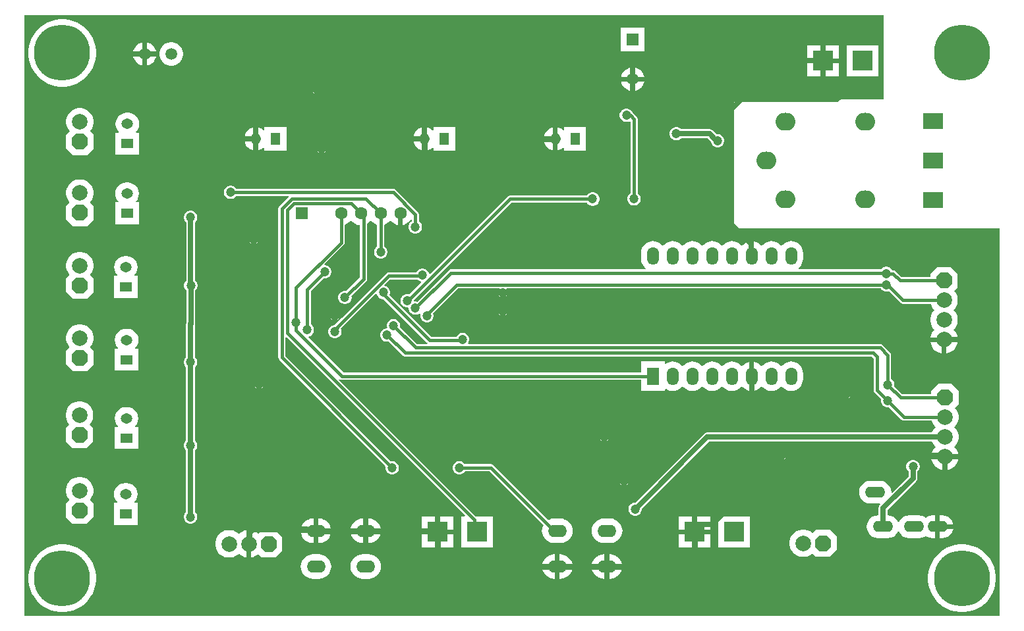
<source format=gbl>
G04*
G04 #@! TF.GenerationSoftware,Altium Limited,Altium Designer,23.11.1 (41)*
G04*
G04 Layer_Physical_Order=2*
G04 Layer_Color=16711680*
%FSTAX24Y24*%
%MOIN*%
G70*
G04*
G04 #@! TF.SameCoordinates,027617FE-0855-4198-9E67-A804299B83E6*
G04*
G04*
G04 #@! TF.FilePolarity,Positive*
G04*
G01*
G75*
%ADD14C,0.0150*%
%ADD17C,0.0630*%
%ADD92C,0.0250*%
%ADD93C,0.0300*%
%ADD95R,0.0984X0.0984*%
%ADD96R,0.0591X0.0591*%
%ADD97C,0.0591*%
%ADD98O,0.0512X0.0591*%
%ADD99R,0.0512X0.0591*%
%ADD100O,0.1000X0.0900*%
%ADD101O,0.0591X0.0512*%
%ADD102R,0.0591X0.0512*%
%ADD103C,0.0787*%
G04:AMPARAMS|DCode=104|XSize=78.7mil|YSize=78.7mil|CornerRadius=0mil|HoleSize=0mil|Usage=FLASHONLY|Rotation=180.000|XOffset=0mil|YOffset=0mil|HoleType=Round|Shape=Octagon|*
%AMOCTAGOND104*
4,1,8,-0.0394,0.0197,-0.0394,-0.0197,-0.0197,-0.0394,0.0197,-0.0394,0.0394,-0.0197,0.0394,0.0197,0.0197,0.0394,-0.0197,0.0394,-0.0394,0.0197,0.0*
%
%ADD104OCTAGOND104*%

%ADD105C,0.2835*%
%ADD106R,0.0600X0.0900*%
%ADD107O,0.0600X0.0900*%
%ADD108O,0.1024X0.0551*%
%ADD109O,0.0945X0.0630*%
G04:AMPARAMS|DCode=110|XSize=78.7mil|YSize=78.7mil|CornerRadius=0mil|HoleSize=0mil|Usage=FLASHONLY|Rotation=270.000|XOffset=0mil|YOffset=0mil|HoleType=Round|Shape=Octagon|*
%AMOCTAGOND110*
4,1,8,-0.0197,-0.0394,0.0197,-0.0394,0.0394,-0.0197,0.0394,0.0197,0.0197,0.0394,-0.0197,0.0394,-0.0394,0.0197,-0.0394,-0.0197,-0.0197,-0.0394,0.0*
%
%ADD110OCTAGOND110*%

%ADD111R,0.0984X0.0787*%
%ADD112R,0.0630X0.0630*%
%ADD113C,0.0472*%
G36*
X043602Y030577D02*
Y026315D01*
X041535D01*
X041531Y026315D01*
X041495D01*
X041456Y026307D01*
X041384Y026277D01*
X041351Y026255D01*
X041326Y026229D01*
X041323Y026227D01*
X041321Y026225D01*
X041295Y026199D01*
X041275Y026168D01*
X036029D01*
Y019733D01*
X036056Y01976D01*
X049474D01*
X049474Y000132D01*
X000132Y000132D01*
X000132Y007609D01*
X000132Y022963D01*
Y030577D01*
X043602Y030577D01*
D02*
G37*
%LPC*%
G36*
X031498Y029921D02*
X030307D01*
Y02873D01*
X031498D01*
Y029921D01*
D02*
G37*
G36*
X006345Y029186D02*
Y028729D01*
X006803D01*
X006793Y028777D01*
X006748Y028886D01*
X006683Y028983D01*
X0066Y029066D01*
X006502Y029131D01*
X006394Y029176D01*
X006345Y029186D01*
D02*
G37*
G36*
X006095Y029186D02*
X006047Y029176D01*
X005939Y029131D01*
X005841Y029066D01*
X005758Y028983D01*
X005693Y028886D01*
X005648Y028777D01*
X005638Y028729D01*
X006095D01*
Y029186D01*
D02*
G37*
G36*
X041321Y029046D02*
X040654D01*
Y028379D01*
X041321D01*
Y029046D01*
D02*
G37*
G36*
X040404D02*
X039737D01*
Y028379D01*
X040404D01*
Y029046D01*
D02*
G37*
G36*
X006095Y028479D02*
X005638D01*
X005648Y02843D01*
X005693Y028322D01*
X005758Y028224D01*
X005841Y028141D01*
X005939Y028076D01*
X006047Y028031D01*
X006095Y028022D01*
Y028479D01*
D02*
G37*
G36*
X006803D02*
X006345D01*
Y028022D01*
X006394Y028031D01*
X006502Y028076D01*
X0066Y028141D01*
X006683Y028224D01*
X006748Y028322D01*
X006793Y02843D01*
X006803Y028479D01*
D02*
G37*
G36*
X007618Y029199D02*
X0075D01*
X007385Y029176D01*
X007277Y029131D01*
X00718Y029066D01*
X007097Y028983D01*
X007032Y028886D01*
X006987Y028777D01*
X006964Y028662D01*
Y028545D01*
X006987Y02843D01*
X007032Y028322D01*
X007097Y028224D01*
X00718Y028141D01*
X007277Y028076D01*
X007385Y028031D01*
X0075Y028009D01*
X007618D01*
X007733Y028031D01*
X007841Y028076D01*
X007939Y028141D01*
X008021Y028224D01*
X008087Y028322D01*
X008131Y02843D01*
X008154Y028545D01*
Y028662D01*
X008131Y028777D01*
X008087Y028886D01*
X008021Y028983D01*
X007939Y029066D01*
X007841Y029131D01*
X007733Y029176D01*
X007618Y029199D01*
D02*
G37*
G36*
X043321Y029046D02*
X041737D01*
Y027462D01*
X043321D01*
Y029046D01*
D02*
G37*
G36*
X041321Y028129D02*
X040654D01*
Y027462D01*
X041321D01*
Y028129D01*
D02*
G37*
G36*
X040404D02*
X039737D01*
Y027462D01*
X040404D01*
Y028129D01*
D02*
G37*
G36*
X031028Y027907D02*
Y02745D01*
X031485D01*
X031475Y027499D01*
X03143Y027607D01*
X031365Y027705D01*
X031282Y027788D01*
X031185Y027853D01*
X031076Y027898D01*
X031028Y027907D01*
D02*
G37*
G36*
X030778D02*
X030729Y027898D01*
X030621Y027853D01*
X030523Y027788D01*
X03044Y027705D01*
X030375Y027607D01*
X03033Y027499D01*
X030321Y02745D01*
X030778D01*
Y027907D01*
D02*
G37*
G36*
X00216Y030373D02*
X001935D01*
X001711Y030343D01*
X001494Y030285D01*
X001286Y030199D01*
X001091Y030086D01*
X000913Y029949D01*
X000753Y02979D01*
X000616Y029612D01*
X000504Y029417D01*
X000418Y029209D01*
X000359Y028991D01*
X00033Y028768D01*
Y028543D01*
X000359Y02832D01*
X000418Y028102D01*
X000504Y027894D01*
X000616Y027699D01*
X000753Y027521D01*
X000913Y027361D01*
X001091Y027224D01*
X001286Y027112D01*
X001494Y027026D01*
X001711Y026967D01*
X001935Y026938D01*
X00216D01*
X002383Y026967D01*
X0026Y027026D01*
X002808Y027112D01*
X003003Y027224D01*
X003182Y027361D01*
X003341Y027521D01*
X003478Y027699D01*
X003591Y027894D01*
X003677Y028102D01*
X003735Y02832D01*
X003765Y028543D01*
Y028768D01*
X003735Y028991D01*
X003677Y029209D01*
X003591Y029417D01*
X003478Y029612D01*
X003341Y02979D01*
X003182Y029949D01*
X003003Y030086D01*
X002808Y030199D01*
X0026Y030285D01*
X002383Y030343D01*
X00216Y030373D01*
D02*
G37*
G36*
X01506Y027006D02*
Y026927D01*
X015139D01*
X015135Y026936D01*
X015069Y027002D01*
X01506Y027006D01*
D02*
G37*
G36*
X01481D02*
X014801Y027002D01*
X014735Y026936D01*
X014731Y026927D01*
X01481D01*
Y027006D01*
D02*
G37*
G36*
X030778Y0272D02*
X030321D01*
X03033Y027152D01*
X030375Y027043D01*
X03044Y026946D01*
X030523Y026863D01*
X030621Y026798D01*
X030729Y026753D01*
X030778Y026743D01*
Y0272D01*
D02*
G37*
G36*
X031485D02*
X031028D01*
Y026743D01*
X031076Y026753D01*
X031185Y026798D01*
X031282Y026863D01*
X031365Y026946D01*
X03143Y027043D01*
X031475Y027152D01*
X031485Y0272D01*
D02*
G37*
G36*
X015139Y026677D02*
X01506D01*
Y026598D01*
X015069Y026602D01*
X015135Y026668D01*
X015139Y026677D01*
D02*
G37*
G36*
X01481D02*
X014731D01*
X014735Y026668D01*
X014801Y026602D01*
X01481Y026598D01*
Y026677D01*
D02*
G37*
G36*
X028544Y0249D02*
X027432D01*
Y024756D01*
X0274Y024745D01*
X027382Y024742D01*
X027269Y02483D01*
X027133Y024886D01*
X027113Y024888D01*
Y024305D01*
X026988D01*
D01*
X027113D01*
Y023721D01*
X027133Y023724D01*
X027269Y02378D01*
X027382Y023867D01*
X0274Y023864D01*
X027432Y023853D01*
Y023709D01*
X028544D01*
Y0249D01*
D02*
G37*
G36*
X021927D02*
X020816D01*
Y024756D01*
X020783Y024745D01*
X020766Y024742D01*
X020652Y02483D01*
X020517Y024886D01*
X020497Y024888D01*
Y024305D01*
Y023721D01*
X020517Y023724D01*
X020652Y02378D01*
X020766Y023867D01*
X020783Y023864D01*
X020816Y023853D01*
Y023709D01*
X021927D01*
Y0249D01*
D02*
G37*
G36*
X013388D02*
X012277D01*
Y024756D01*
X012244Y024745D01*
X012227Y024742D01*
X012113Y02483D01*
X011978Y024886D01*
X011958Y024888D01*
Y024305D01*
Y023721D01*
X011978Y023724D01*
X012113Y02378D01*
X012227Y023867D01*
X012244Y023864D01*
X012277Y023853D01*
Y023709D01*
X013388D01*
Y0249D01*
D02*
G37*
G36*
X011708Y024888D02*
X011687Y024886D01*
X011552Y02483D01*
X011436Y024741D01*
X011347Y024624D01*
X011291Y024489D01*
X011283Y02443D01*
X011708D01*
Y024888D01*
D02*
G37*
G36*
X020247D02*
X020226Y024886D01*
X020091Y02483D01*
X019975Y024741D01*
X019886Y024624D01*
X01983Y024489D01*
X019822Y02443D01*
X020247D01*
Y024888D01*
D02*
G37*
G36*
X026863D02*
X026843Y024886D01*
X026708Y02483D01*
X026592Y024741D01*
X026503Y024624D01*
X026447Y024489D01*
X026439Y02443D01*
X026863D01*
Y024888D01*
D02*
G37*
G36*
X015294Y023992D02*
Y023913D01*
X015373D01*
X01537Y023922D01*
X015303Y023988D01*
X015294Y023992D01*
D02*
G37*
G36*
X015044D02*
X015036Y023988D01*
X014969Y023922D01*
X014965Y023913D01*
X015044D01*
Y023992D01*
D02*
G37*
G36*
X033158Y024896D02*
X03307D01*
X032984Y024873D01*
X032908Y024829D01*
X032845Y024766D01*
X032801Y024689D01*
X032778Y024604D01*
Y024515D01*
X032801Y02443D01*
X032845Y024353D01*
X032908Y024291D01*
X032984Y024246D01*
X03307Y024223D01*
X033158D01*
X033244Y024246D01*
X03332Y024291D01*
X03336Y02433D01*
X034696D01*
X034863Y024163D01*
X034884Y024083D01*
X034929Y024006D01*
X034991Y023944D01*
X035068Y023899D01*
X035153Y023877D01*
X035242D01*
X035327Y023899D01*
X035404Y023944D01*
X035467Y024006D01*
X035511Y024083D01*
X035534Y024168D01*
Y024257D01*
X035511Y024343D01*
X035467Y024419D01*
X035404Y024482D01*
X035327Y024526D01*
X035242Y024549D01*
X035153D01*
X035131Y024543D01*
X034953Y024722D01*
X034878Y024771D01*
X034791Y024789D01*
X03336D01*
X03332Y024829D01*
X033244Y024873D01*
X033158Y024896D01*
D02*
G37*
G36*
X011708Y02418D02*
X011283D01*
X011291Y02412D01*
X011347Y023985D01*
X011436Y023869D01*
X011552Y02378D01*
X011687Y023724D01*
X011708Y023721D01*
Y02418D01*
D02*
G37*
G36*
X020247D02*
X019822D01*
X01983Y02412D01*
X019886Y023985D01*
X019975Y023869D01*
X020091Y02378D01*
X020226Y023724D01*
X020247Y023721D01*
Y02418D01*
D02*
G37*
G36*
X026863D02*
X026439D01*
X026447Y02412D01*
X026503Y023985D01*
X026592Y023869D01*
X026708Y02378D01*
X026843Y023724D01*
X026863Y023721D01*
Y02418D01*
D02*
G37*
G36*
X015373Y023663D02*
X015294D01*
Y023584D01*
X015303Y023588D01*
X01537Y023654D01*
X015373Y023663D01*
D02*
G37*
G36*
X015044D02*
X014965D01*
X014969Y023654D01*
X015036Y023588D01*
X015044Y023584D01*
Y023663D01*
D02*
G37*
G36*
X005382Y025625D02*
X005303D01*
X005158Y025606D01*
X005023Y02555D01*
X004907Y025461D01*
X004818Y025345D01*
X004762Y025209D01*
X004743Y025064D01*
X004762Y024919D01*
X004818Y024784D01*
X004905Y02467D01*
X004902Y024653D01*
X004891Y02462D01*
X004747D01*
Y023508D01*
X005938D01*
Y02462D01*
X005794D01*
X005783Y024653D01*
X00578Y02467D01*
X005868Y024784D01*
X005924Y024919D01*
X005943Y025064D01*
X005924Y025209D01*
X005868Y025345D01*
X005779Y025461D01*
X005662Y02555D01*
X005527Y025606D01*
X005382Y025625D01*
D02*
G37*
G36*
X003007Y025858D02*
X00287D01*
X002736Y025832D01*
X00261Y025779D01*
X002496Y025703D01*
X0024Y025607D01*
X002324Y025493D01*
X002272Y025367D01*
X002245Y025233D01*
Y025096D01*
X002272Y024962D01*
X002324Y024836D01*
X0024Y024722D01*
X002428Y024694D01*
X002245Y024511D01*
Y023818D01*
X002592Y023471D01*
X003285D01*
X003632Y023818D01*
Y024511D01*
X003449Y024694D01*
X003477Y024722D01*
X003553Y024836D01*
X003606Y024962D01*
X003632Y025096D01*
Y025233D01*
X003606Y025367D01*
X003553Y025493D01*
X003477Y025607D01*
X003381Y025703D01*
X003267Y025779D01*
X003141Y025832D01*
X003007Y025858D01*
D02*
G37*
G36*
X028926Y02159D02*
X028837D01*
X028752Y021567D01*
X028675Y021523D01*
X028612Y02146D01*
X028596Y021432D01*
X024697D01*
X024697Y021432D01*
X024629Y021419D01*
X024571Y02138D01*
X024571Y02138D01*
X020653Y017462D01*
X020598Y017478D01*
X020582Y017537D01*
X020538Y017614D01*
X020475Y017676D01*
X020398Y01772D01*
X020313Y017743D01*
X020224D01*
X020139Y01772D01*
X020062Y017676D01*
X02Y017614D01*
X01996Y017544D01*
X018549D01*
X018481Y017531D01*
X018423Y017492D01*
X015832Y014901D01*
X015815Y014875D01*
X015798D01*
X015712Y014852D01*
X015635Y014808D01*
X015573Y014745D01*
X015529Y014669D01*
X015506Y014583D01*
Y014495D01*
X015529Y014409D01*
X015573Y014332D01*
X015635Y01427D01*
X015712Y014226D01*
X015798Y014203D01*
X015886D01*
X015972Y014226D01*
X016048Y01427D01*
X016111Y014332D01*
X016155Y014409D01*
X016178Y014495D01*
Y014583D01*
X016155Y014669D01*
X016137Y014701D01*
X017902Y016467D01*
X017958Y016451D01*
X017973Y016392D01*
X018018Y016315D01*
X01808Y016253D01*
X018157Y016209D01*
X018242Y016186D01*
X018296D01*
X020513Y013968D01*
X020513Y013968D01*
X020524Y013961D01*
X020509Y013911D01*
X019993D01*
X019136Y014768D01*
X019144Y014799D01*
Y014887D01*
X019121Y014973D01*
X019077Y01505D01*
X019014Y015112D01*
X018937Y015156D01*
X018852Y015179D01*
X018763D01*
X018678Y015156D01*
X018601Y015112D01*
X018539Y01505D01*
X018494Y014973D01*
X018471Y014887D01*
Y014799D01*
X018484Y014752D01*
X018446Y014702D01*
X018432D01*
X018346Y014679D01*
X01827Y014634D01*
X018207Y014572D01*
X018163Y014495D01*
X01814Y01441D01*
Y014321D01*
X018163Y014236D01*
X018207Y014159D01*
X01827Y014096D01*
X018346Y014052D01*
X018432Y014029D01*
X01852D01*
X018552Y014038D01*
X019256Y013333D01*
X019256Y013333D01*
X019314Y013294D01*
X019383Y013281D01*
X043001D01*
X043097Y013185D01*
Y011564D01*
X043111Y011496D01*
X043149Y011438D01*
X043474Y011113D01*
X043466Y011082D01*
Y010994D01*
X043489Y010908D01*
X043533Y010831D01*
X043596Y010769D01*
X043672Y010725D01*
X043758Y010702D01*
X043846D01*
X043877Y01071D01*
X044509Y010079D01*
X044567Y01004D01*
X044635Y010026D01*
X044635Y010026D01*
X046025D01*
X04603Y010002D01*
X046082Y009876D01*
X046158Y009762D01*
X046216Y009705D01*
X046158Y009647D01*
X046082Y009533D01*
X046041Y009434D01*
X03468D01*
X034592Y009417D01*
X034517Y009367D01*
X031038Y005887D01*
X030982D01*
X030896Y005864D01*
X03082Y00582D01*
X030757Y005758D01*
X030713Y005681D01*
X03069Y005595D01*
Y005507D01*
X030713Y005421D01*
X030757Y005345D01*
X03082Y005282D01*
X030896Y005238D01*
X030982Y005215D01*
X03107D01*
X031156Y005238D01*
X031233Y005282D01*
X031295Y005345D01*
X031339Y005421D01*
X031362Y005507D01*
Y005563D01*
X034775Y008975D01*
X046041D01*
X046082Y008876D01*
X046158Y008762D01*
X046216Y008705D01*
X046158Y008647D01*
X046082Y008533D01*
X04603Y008407D01*
X046014Y00833D01*
X047379D01*
X047364Y008407D01*
X047312Y008533D01*
X047236Y008647D01*
X047178Y008705D01*
X047236Y008762D01*
X047312Y008876D01*
X047364Y009002D01*
X047391Y009136D01*
Y009273D01*
X047364Y009407D01*
X047312Y009533D01*
X047236Y009647D01*
X047178Y009705D01*
X047236Y009762D01*
X047312Y009876D01*
X047364Y010002D01*
X047391Y010136D01*
Y010273D01*
X047364Y010407D01*
X047312Y010533D01*
X047236Y010647D01*
X047208Y010675D01*
X047391Y010858D01*
Y011552D01*
X047044Y011898D01*
X04635D01*
X046003Y011552D01*
Y011383D01*
X044524D01*
X04413Y011778D01*
X044138Y011809D01*
Y011897D01*
X044115Y011983D01*
X044071Y01206D01*
X044008Y012122D01*
X04398Y012138D01*
Y013346D01*
X04398Y013346D01*
X043967Y013415D01*
X043928Y013473D01*
X043542Y013858D01*
X043485Y013897D01*
X043416Y013911D01*
X022608D01*
X02258Y013961D01*
X022611Y014014D01*
X022634Y014099D01*
Y014188D01*
X022611Y014273D01*
X022567Y01435D01*
X022504Y014412D01*
X022427Y014457D01*
X022342Y01448D01*
X022253D01*
X022168Y014457D01*
X022091Y014412D01*
X022029Y01435D01*
X021984Y014273D01*
X021984Y014273D01*
X020713D01*
X018598Y016388D01*
X0186Y016392D01*
X018623Y016478D01*
Y016566D01*
X0186Y016652D01*
X018556Y016728D01*
X018493Y016791D01*
X018416Y016835D01*
X018357Y016851D01*
X018342Y016906D01*
X018623Y017187D01*
X020013D01*
X020062Y017138D01*
X020139Y017094D01*
X020198Y017078D01*
X020214Y017023D01*
X019611Y01642D01*
X019531Y016442D01*
X019442D01*
X019357Y016419D01*
X01928Y016374D01*
X019217Y016312D01*
X019173Y016235D01*
X01915Y01615D01*
Y016061D01*
X019173Y015976D01*
X019217Y015899D01*
X01928Y015836D01*
X019357Y015792D01*
X019442Y015769D01*
X019531D01*
X019578Y01573D01*
Y01568D01*
X0196Y015595D01*
X019645Y015518D01*
X019707Y015455D01*
X019784Y015411D01*
X01987Y015388D01*
X019958D01*
X020044Y015411D01*
X02012Y015455D01*
X020136Y015471D01*
X020181Y015445D01*
X020163Y015379D01*
Y01529D01*
X020186Y015205D01*
X02023Y015128D01*
X020293Y015066D01*
X020369Y015021D01*
X020455Y014998D01*
X020543D01*
X020629Y015021D01*
X020706Y015066D01*
X020768Y015128D01*
X020812Y015205D01*
X020835Y01529D01*
Y015379D01*
X020812Y015464D01*
X020808Y015472D01*
X022071Y016736D01*
X024172D01*
X024192Y016686D01*
X024143Y016637D01*
X02414Y016628D01*
X024548D01*
X024544Y016637D01*
X024495Y016686D01*
X024516Y016736D01*
X043458D01*
X043474Y016708D01*
X043536Y016645D01*
X043613Y016601D01*
X043699Y016578D01*
X043787D01*
X043857Y016597D01*
X044455Y016D01*
X044455Y016D01*
X044512Y015961D01*
X044581Y015947D01*
X044581Y015947D01*
X045977D01*
X045982Y015923D01*
X046034Y015797D01*
X04611Y015684D01*
X046168Y015626D01*
X04611Y015568D01*
X046034Y015454D01*
X045982Y015328D01*
X045955Y015194D01*
Y015057D01*
X045982Y014923D01*
X046034Y014797D01*
X04611Y014684D01*
X046168Y014626D01*
X04611Y014568D01*
X046034Y014454D01*
X045982Y014328D01*
X045966Y014251D01*
X047331D01*
X047316Y014328D01*
X047263Y014454D01*
X047187Y014568D01*
X04713Y014626D01*
X047187Y014684D01*
X047263Y014797D01*
X047316Y014923D01*
X047342Y015057D01*
Y015194D01*
X047316Y015328D01*
X047263Y015454D01*
X047187Y015568D01*
X04713Y015626D01*
X047187Y015684D01*
X047263Y015797D01*
X047316Y015923D01*
X047342Y016057D01*
Y016194D01*
X047316Y016328D01*
X047263Y016454D01*
X047187Y016568D01*
X047159Y016596D01*
X047342Y016779D01*
Y017473D01*
X046995Y017819D01*
X046302D01*
X045955Y017473D01*
Y017304D01*
X044489D01*
X044197Y017597D01*
X044139Y017635D01*
X04407Y017649D01*
X044029D01*
X044003Y017693D01*
X043941Y017756D01*
X043864Y0178D01*
X043778Y017823D01*
X04369D01*
X043604Y0178D01*
X043528Y017756D01*
X04347Y017698D01*
X039303D01*
X039286Y017748D01*
X039348Y017799D01*
X039423Y017891D01*
X039479Y017995D01*
X039513Y018108D01*
X039525Y018226D01*
Y018526D01*
X039513Y018643D01*
X039479Y018756D01*
X039423Y018861D01*
X039348Y018952D01*
X039257Y019027D01*
X039153Y019083D01*
X03904Y019117D01*
X038922Y019129D01*
X038804Y019117D01*
X038691Y019083D01*
X038587Y019027D01*
X038496Y018952D01*
X038447Y018893D01*
X038397D01*
X038348Y018952D01*
X038257Y019027D01*
X038153Y019083D01*
X03804Y019117D01*
X037922Y019129D01*
X037804Y019117D01*
X037691Y019083D01*
X037587Y019027D01*
X037496Y018952D01*
X037447Y018893D01*
X037397D01*
X037348Y018952D01*
X037257Y019027D01*
X037153Y019083D01*
X037047Y019115D01*
Y018376D01*
X036797D01*
Y019115D01*
X036691Y019083D01*
X036587Y019027D01*
X036496Y018952D01*
X036447Y018893D01*
X036397D01*
X036348Y018952D01*
X036257Y019027D01*
X036153Y019083D01*
X03604Y019117D01*
X035922Y019129D01*
X035804Y019117D01*
X035691Y019083D01*
X035587Y019027D01*
X035496Y018952D01*
X035447Y018893D01*
X035397D01*
X035348Y018952D01*
X035257Y019027D01*
X035153Y019083D01*
X03504Y019117D01*
X034922Y019129D01*
X034804Y019117D01*
X034691Y019083D01*
X034587Y019027D01*
X034496Y018952D01*
X034447Y018893D01*
X034397D01*
X034348Y018952D01*
X034257Y019027D01*
X034153Y019083D01*
X03404Y019117D01*
X033922Y019129D01*
X033804Y019117D01*
X033691Y019083D01*
X033587Y019027D01*
X033496Y018952D01*
X033447Y018893D01*
X033397D01*
X033348Y018952D01*
X033257Y019027D01*
X033153Y019083D01*
X03304Y019117D01*
X032922Y019129D01*
X032804Y019117D01*
X032691Y019083D01*
X032587Y019027D01*
X032496Y018952D01*
X032447Y018893D01*
X032397D01*
X032348Y018952D01*
X032257Y019027D01*
X032153Y019083D01*
X03204Y019117D01*
X031922Y019129D01*
X031804Y019117D01*
X031691Y019083D01*
X031587Y019027D01*
X031496Y018952D01*
X031421Y018861D01*
X031365Y018756D01*
X031331Y018643D01*
X031319Y018526D01*
Y018226D01*
X031331Y018108D01*
X031365Y017995D01*
X031421Y017891D01*
X031496Y017799D01*
X031558Y017748D01*
X03154Y017698D01*
X021709D01*
X02164Y017684D01*
X021583Y017646D01*
X021583Y017646D01*
X019989Y016052D01*
X019958Y016061D01*
X01987D01*
X019841Y016085D01*
X019839Y016143D01*
X024771Y021075D01*
X028596D01*
X028612Y021047D01*
X028675Y020985D01*
X028752Y02094D01*
X028837Y020918D01*
X028926D01*
X029011Y02094D01*
X029088Y020985D01*
X029151Y021047D01*
X029195Y021124D01*
X029218Y021209D01*
Y021298D01*
X029195Y021384D01*
X029151Y02146D01*
X029088Y021523D01*
X029011Y021567D01*
X028926Y02159D01*
D02*
G37*
G36*
X030628Y025831D02*
X03054D01*
X030454Y025809D01*
X030377Y025764D01*
X030315Y025702D01*
X030271Y025625D01*
X030248Y025539D01*
Y025451D01*
X030271Y025365D01*
X030315Y025289D01*
X030377Y025226D01*
X030454Y025182D01*
X03054Y025159D01*
X030628D01*
X030714Y025182D01*
X030742Y025199D01*
X030792Y02517D01*
Y021549D01*
X030764Y021533D01*
X030702Y02147D01*
X030658Y021394D01*
X030635Y021308D01*
Y02122D01*
X030658Y021134D01*
X030702Y021058D01*
X030764Y020995D01*
X030841Y020951D01*
X030927Y020928D01*
X031015D01*
X031101Y020951D01*
X031177Y020995D01*
X03124Y021058D01*
X031284Y021134D01*
X031307Y02122D01*
Y021308D01*
X031284Y021394D01*
X03124Y02147D01*
X031177Y021533D01*
X031149Y021549D01*
Y025311D01*
X031136Y025379D01*
X031097Y025437D01*
X031097Y025437D01*
X030913Y025621D01*
X030891Y025636D01*
X030853Y025702D01*
X03079Y025764D01*
X030714Y025809D01*
X030628Y025831D01*
D02*
G37*
G36*
X005365Y022094D02*
X005286D01*
X005141Y022075D01*
X005006Y022019D01*
X00489Y02193D01*
X004801Y021814D01*
X004745Y021679D01*
X004726Y021534D01*
X004745Y021388D01*
X004801Y021253D01*
X004888Y02114D01*
X004885Y021122D01*
X004874Y02109D01*
X004731D01*
Y019978D01*
X005921D01*
Y02109D01*
X005777D01*
X005766Y021122D01*
X005764Y02114D01*
X005851Y021253D01*
X005907Y021388D01*
X005926Y021534D01*
X005907Y021679D01*
X005851Y021814D01*
X005762Y02193D01*
X005646Y022019D01*
X00551Y022075D01*
X005365Y022094D01*
D02*
G37*
G36*
X003007Y022251D02*
X00287D01*
X002736Y022225D01*
X00261Y022172D01*
X002496Y022097D01*
X0024Y022D01*
X002324Y021886D01*
X002272Y02176D01*
X002245Y021626D01*
Y021489D01*
X002272Y021355D01*
X002324Y021229D01*
X0024Y021115D01*
X002428Y021087D01*
X002245Y020905D01*
Y020211D01*
X002592Y019864D01*
X003285D01*
X003632Y020211D01*
Y020905D01*
X003449Y021087D01*
X003477Y021115D01*
X003553Y021229D01*
X003606Y021355D01*
X003632Y021489D01*
Y021626D01*
X003606Y02176D01*
X003553Y021886D01*
X003477Y022D01*
X003381Y022097D01*
X003267Y022172D01*
X003141Y022225D01*
X003007Y022251D01*
D02*
G37*
G36*
X010605Y021933D02*
X010517D01*
X010431Y02191D01*
X010355Y021866D01*
X010292Y021804D01*
X010248Y021727D01*
X010225Y021641D01*
Y021553D01*
X010248Y021467D01*
X010292Y021391D01*
X010355Y021328D01*
X010431Y021284D01*
X010517Y021261D01*
X010605D01*
X010691Y021284D01*
X010767Y021328D01*
X01083Y021391D01*
X010846Y021419D01*
X013482D01*
X013502Y021369D01*
X013033Y0209D01*
X012995Y020842D01*
X012981Y020774D01*
Y013225D01*
X012995Y013156D01*
X013033Y013098D01*
X018412Y00772D01*
X018404Y007688D01*
Y0076D01*
X018427Y007514D01*
X018471Y007438D01*
X018534Y007375D01*
X01861Y007331D01*
X018696Y007308D01*
X018784D01*
X01887Y007331D01*
X018947Y007375D01*
X019009Y007438D01*
X019053Y007514D01*
X019076Y0076D01*
Y007688D01*
X019053Y007774D01*
X019009Y007851D01*
X018947Y007913D01*
X01887Y007957D01*
X018784Y00798D01*
X018696D01*
X018665Y007972D01*
X013338Y013299D01*
Y014253D01*
X013384Y014272D01*
X022429Y005228D01*
X022409Y005182D01*
X022239D01*
Y003598D01*
X023824D01*
Y005182D01*
X022979D01*
X016048Y012114D01*
X016082Y01215D01*
X01614Y012111D01*
X016208Y012097D01*
X016208Y012097D01*
X031322D01*
Y011526D01*
X032522D01*
Y011619D01*
X032567Y011641D01*
X032587Y011624D01*
X032691Y011569D01*
X032804Y011534D01*
X032922Y011523D01*
X03304Y011534D01*
X033153Y011569D01*
X033257Y011624D01*
X033348Y011699D01*
X033397Y011759D01*
X033447D01*
X033496Y011699D01*
X033587Y011624D01*
X033691Y011569D01*
X033804Y011534D01*
X033922Y011523D01*
X03404Y011534D01*
X034153Y011569D01*
X034257Y011624D01*
X034348Y011699D01*
X034397Y011759D01*
X034447D01*
X034496Y011699D01*
X034587Y011624D01*
X034691Y011569D01*
X034804Y011534D01*
X034922Y011523D01*
X03504Y011534D01*
X035153Y011569D01*
X035257Y011624D01*
X035348Y011699D01*
X035397Y011759D01*
X035447D01*
X035496Y011699D01*
X035587Y011624D01*
X035691Y011569D01*
X035804Y011534D01*
X035922Y011523D01*
X03604Y011534D01*
X036153Y011569D01*
X036257Y011624D01*
X036348Y011699D01*
X036397Y011759D01*
X036447D01*
X036496Y011699D01*
X036587Y011624D01*
X036691Y011569D01*
X036797Y011537D01*
Y012276D01*
Y013015D01*
X036691Y012983D01*
X036587Y012927D01*
X036496Y012852D01*
X036447Y012793D01*
X036397D01*
X036348Y012852D01*
X036257Y012927D01*
X036153Y012983D01*
X03604Y013017D01*
X035922Y013029D01*
X035804Y013017D01*
X035691Y012983D01*
X035587Y012927D01*
X035496Y012852D01*
X035447Y012793D01*
X035397D01*
X035348Y012852D01*
X035257Y012927D01*
X035153Y012983D01*
X03504Y013017D01*
X034922Y013029D01*
X034804Y013017D01*
X034691Y012983D01*
X034587Y012927D01*
X034496Y012852D01*
X034447Y012793D01*
X034397D01*
X034348Y012852D01*
X034257Y012927D01*
X034153Y012983D01*
X03404Y013017D01*
X033922Y013029D01*
X033804Y013017D01*
X033691Y012983D01*
X033587Y012927D01*
X033496Y012852D01*
X033447Y012793D01*
X033397D01*
X033348Y012852D01*
X033257Y012927D01*
X033153Y012983D01*
X03304Y013017D01*
X032922Y013029D01*
X032804Y013017D01*
X032691Y012983D01*
X032587Y012927D01*
X032567Y012911D01*
X032522Y012932D01*
Y013026D01*
X031322D01*
Y012454D01*
X016282D01*
X014499Y014237D01*
X014515Y014292D01*
X014574Y014308D01*
X014651Y014352D01*
X014713Y014415D01*
X014757Y014492D01*
X01478Y014577D01*
Y014666D01*
X014757Y014751D01*
X014713Y014828D01*
X014651Y01489D01*
X014623Y014907D01*
Y016607D01*
X015258Y017242D01*
X015289Y017234D01*
X015378D01*
X015463Y017257D01*
X01554Y017301D01*
X015603Y017364D01*
X015647Y01744D01*
X01567Y017526D01*
Y017614D01*
X015647Y0177D01*
X015603Y017777D01*
X01554Y017839D01*
X015463Y017883D01*
X015378Y017906D01*
X015331D01*
X01531Y017956D01*
X01628Y018926D01*
X01628Y018926D01*
X016319Y018984D01*
X016332Y019052D01*
Y019945D01*
X016333Y019945D01*
X016445Y019992D01*
X016546Y020059D01*
X016622Y020135D01*
X016654Y020141D01*
X016685Y020135D01*
X016762Y020059D01*
X016862Y019992D01*
X016974Y019945D01*
X017093Y019922D01*
X017113D01*
Y01729D01*
X016422Y016599D01*
X016391Y016608D01*
X016302D01*
X016217Y016585D01*
X01614Y01654D01*
X016077Y016478D01*
X016033Y016401D01*
X01601Y016316D01*
Y016227D01*
X016033Y016142D01*
X016077Y016065D01*
X01614Y016002D01*
X016217Y015958D01*
X016302Y015935D01*
X016391D01*
X016476Y015958D01*
X016553Y016002D01*
X016615Y016065D01*
X01666Y016142D01*
X016683Y016227D01*
Y016316D01*
X016674Y016347D01*
X017418Y01709D01*
X017456Y017148D01*
X01747Y017217D01*
X01747Y017217D01*
Y020008D01*
X017546Y020059D01*
X017622Y020135D01*
X017654Y020141D01*
X017685Y020135D01*
X017762Y020059D01*
X017862Y019992D01*
X017974Y019945D01*
X017975Y019945D01*
Y018859D01*
X017947Y018843D01*
X017885Y01878D01*
X01784Y018703D01*
X017817Y018618D01*
Y018529D01*
X01784Y018444D01*
X017885Y018367D01*
X017947Y018304D01*
X018024Y01826D01*
X018109Y018237D01*
X018198D01*
X018283Y01826D01*
X01836Y018304D01*
X018423Y018367D01*
X018467Y018444D01*
X01849Y018529D01*
Y018618D01*
X018467Y018703D01*
X018423Y01878D01*
X01836Y018843D01*
X018332Y018859D01*
Y019945D01*
X018333Y019945D01*
X018445Y019992D01*
X018546Y020059D01*
X018622Y020135D01*
X018654Y020141D01*
X018685Y020135D01*
X018762Y020059D01*
X018862Y019992D01*
X018974Y019945D01*
X019029Y019935D01*
Y020537D01*
X019279D01*
Y019935D01*
X019333Y019945D01*
X019445Y019992D01*
X019546Y020059D01*
X019631Y020145D01*
X019682Y020221D01*
X019732Y020206D01*
Y020133D01*
X019704Y020117D01*
X019642Y020054D01*
X019598Y019977D01*
X019575Y019892D01*
Y019803D01*
X019598Y019718D01*
X019642Y019641D01*
X019704Y019579D01*
X019781Y019534D01*
X019867Y019511D01*
X019955D01*
X020041Y019534D01*
X020117Y019579D01*
X02018Y019641D01*
X020224Y019718D01*
X020247Y019803D01*
Y019892D01*
X020224Y019977D01*
X02018Y020054D01*
X020117Y020117D01*
X020089Y020133D01*
Y020472D01*
X020089Y020472D01*
X020076Y020541D01*
X020037Y020599D01*
X020037Y020599D01*
X018912Y021723D01*
X018855Y021762D01*
X018786Y021775D01*
X010846D01*
X01083Y021804D01*
X010767Y021866D01*
X010691Y02191D01*
X010605Y021933D01*
D02*
G37*
G36*
X011872Y019414D02*
Y019335D01*
X011951D01*
X011947Y019344D01*
X011881Y019411D01*
X011872Y019414D01*
D02*
G37*
G36*
X011622D02*
X011613Y019411D01*
X011547Y019344D01*
X011543Y019335D01*
X011622D01*
Y019414D01*
D02*
G37*
G36*
X011951Y019085D02*
X011872D01*
Y019006D01*
X011881Y01901D01*
X011947Y019076D01*
X011951Y019085D01*
D02*
G37*
G36*
X011622D02*
X011543D01*
X011547Y019076D01*
X011613Y01901D01*
X011622Y019006D01*
Y019085D01*
D02*
G37*
G36*
X024548Y016378D02*
X024469D01*
Y016299D01*
X024478Y016303D01*
X024544Y016369D01*
X024548Y016378D01*
D02*
G37*
G36*
X024219D02*
X02414D01*
X024143Y016369D01*
X02421Y016303D01*
X024219Y016299D01*
Y016378D01*
D02*
G37*
G36*
X005304Y018362D02*
X005225D01*
X00508Y018343D01*
X004945Y018287D01*
X004829Y018198D01*
X00474Y018082D01*
X004684Y017947D01*
X004665Y017802D01*
X004684Y017657D01*
X00474Y017521D01*
X004827Y017408D01*
X004824Y01739D01*
X004813Y017358D01*
X004669D01*
Y016246D01*
X00586D01*
Y017358D01*
X005716D01*
X005705Y01739D01*
X005702Y017408D01*
X00579Y017521D01*
X005846Y017657D01*
X005865Y017802D01*
X005846Y017947D01*
X00579Y018082D01*
X005701Y018198D01*
X005584Y018287D01*
X005449Y018343D01*
X005304Y018362D01*
D02*
G37*
G36*
X003007Y018578D02*
X00287D01*
X002736Y018552D01*
X00261Y018499D01*
X002496Y018423D01*
X0024Y018327D01*
X002324Y018213D01*
X002272Y018087D01*
X002245Y017953D01*
Y017816D01*
X002272Y017682D01*
X002324Y017556D01*
X0024Y017442D01*
X002428Y017414D01*
X002245Y017231D01*
Y016538D01*
X002592Y016191D01*
X003285D01*
X003632Y016538D01*
Y017231D01*
X003449Y017414D01*
X003477Y017442D01*
X003553Y017556D01*
X003606Y017682D01*
X003632Y017816D01*
Y017953D01*
X003606Y018087D01*
X003553Y018213D01*
X003477Y018327D01*
X003381Y018423D01*
X003267Y018499D01*
X003141Y018552D01*
X003007Y018578D01*
D02*
G37*
G36*
X024469Y01578D02*
Y015701D01*
X024548D01*
X024544Y01571D01*
X024478Y015777D01*
X024469Y01578D01*
D02*
G37*
G36*
X024219D02*
X02421Y015777D01*
X024143Y01571D01*
X02414Y015701D01*
X024219D01*
Y01578D01*
D02*
G37*
G36*
X015942Y015533D02*
Y015454D01*
X01602D01*
X016017Y015463D01*
X01595Y01553D01*
X015942Y015533D01*
D02*
G37*
G36*
X015692D02*
X015683Y01553D01*
X015616Y015463D01*
X015613Y015454D01*
X015692D01*
Y015533D01*
D02*
G37*
G36*
X024548Y015451D02*
X024469D01*
Y015373D01*
X024478Y015376D01*
X024544Y015443D01*
X024548Y015451D01*
D02*
G37*
G36*
X024219D02*
X02414D01*
X024143Y015443D01*
X02421Y015376D01*
X024219Y015373D01*
Y015451D01*
D02*
G37*
G36*
X01602Y015204D02*
X015942D01*
Y015126D01*
X01595Y015129D01*
X016017Y015196D01*
X01602Y015204D01*
D02*
G37*
G36*
X015692D02*
X015613D01*
X015616Y015196D01*
X015683Y015129D01*
X015692Y015126D01*
Y015204D01*
D02*
G37*
G36*
X047331Y014001D02*
X046774D01*
Y013443D01*
X046851Y013459D01*
X046977Y013511D01*
X047091Y013587D01*
X047187Y013684D01*
X047263Y013797D01*
X047316Y013923D01*
X047331Y014001D01*
D02*
G37*
G36*
X046524D02*
X045966D01*
X045982Y013923D01*
X046034Y013797D01*
X04611Y013684D01*
X046206Y013587D01*
X04632Y013511D01*
X046446Y013459D01*
X046524Y013443D01*
Y014001D01*
D02*
G37*
G36*
X038922Y013029D02*
X038804Y013017D01*
X038691Y012983D01*
X038587Y012927D01*
X038496Y012852D01*
X038447Y012793D01*
X038397D01*
X038348Y012852D01*
X038257Y012927D01*
X038153Y012983D01*
X03804Y013017D01*
X037922Y013029D01*
X037804Y013017D01*
X037691Y012983D01*
X037587Y012927D01*
X037496Y012852D01*
X037447Y012793D01*
X037397D01*
X037348Y012852D01*
X037257Y012927D01*
X037153Y012983D01*
X037047Y013015D01*
Y012276D01*
Y011537D01*
X037153Y011569D01*
X037257Y011624D01*
X037348Y011699D01*
X037397Y011759D01*
X037447D01*
X037496Y011699D01*
X037587Y011624D01*
X037691Y011569D01*
X037804Y011534D01*
X037922Y011523D01*
X03804Y011534D01*
X038153Y011569D01*
X038257Y011624D01*
X038348Y011699D01*
X038397Y011759D01*
X038447D01*
X038496Y011699D01*
X038587Y011624D01*
X038691Y011569D01*
X038804Y011534D01*
X038922Y011523D01*
X03904Y011534D01*
X039153Y011569D01*
X039257Y011624D01*
X039348Y011699D01*
X039423Y011791D01*
X039479Y011895D01*
X039513Y012008D01*
X039525Y012126D01*
Y012426D01*
X039513Y012543D01*
X039479Y012656D01*
X039423Y012761D01*
X039348Y012852D01*
X039257Y012927D01*
X039153Y012983D01*
X03904Y013017D01*
X038922Y013029D01*
D02*
G37*
G36*
X00534Y014678D02*
X005262D01*
X005117Y014659D01*
X004981Y014603D01*
X004865Y014514D01*
X004776Y014398D01*
X00472Y014262D01*
X004701Y014117D01*
X00472Y013972D01*
X004776Y013837D01*
X004863Y013723D01*
X004861Y013706D01*
X00485Y013673D01*
X004706D01*
Y012561D01*
X005896D01*
Y013673D01*
X005753D01*
X005742Y013706D01*
X005739Y013723D01*
X005826Y013837D01*
X005882Y013972D01*
X005901Y014117D01*
X005882Y014262D01*
X005826Y014398D01*
X005737Y014514D01*
X005621Y014603D01*
X005486Y014659D01*
X00534Y014678D01*
D02*
G37*
G36*
X003007Y014911D02*
X00287D01*
X002736Y014884D01*
X00261Y014832D01*
X002496Y014756D01*
X0024Y01466D01*
X002324Y014546D01*
X002272Y01442D01*
X002245Y014286D01*
Y014149D01*
X002272Y014015D01*
X002324Y013889D01*
X0024Y013775D01*
X002428Y013747D01*
X002245Y013564D01*
Y012871D01*
X002592Y012524D01*
X003285D01*
X003632Y012871D01*
Y013564D01*
X003449Y013747D01*
X003477Y013775D01*
X003553Y013889D01*
X003606Y014015D01*
X003632Y014149D01*
Y014286D01*
X003606Y01442D01*
X003553Y014546D01*
X003477Y01466D01*
X003381Y014756D01*
X003267Y014832D01*
X003141Y014884D01*
X003007Y014911D01*
D02*
G37*
G36*
X012124Y012069D02*
Y01199D01*
X012203D01*
X012199Y011999D01*
X012133Y012065D01*
X012124Y012069D01*
D02*
G37*
G36*
X011874D02*
X011865Y012065D01*
X011799Y011999D01*
X011795Y01199D01*
X011874D01*
Y012069D01*
D02*
G37*
G36*
X012203Y01174D02*
X012124D01*
Y011661D01*
X012133Y011665D01*
X012199Y011731D01*
X012203Y01174D01*
D02*
G37*
G36*
X011874D02*
X011795D01*
X011799Y011731D01*
X011865Y011665D01*
X011874Y011661D01*
Y01174D01*
D02*
G37*
G36*
X041818Y01156D02*
Y011481D01*
X041897D01*
X041893Y01149D01*
X041827Y011556D01*
X041818Y01156D01*
D02*
G37*
G36*
X041568D02*
X041559Y011556D01*
X041493Y01149D01*
X041489Y011481D01*
X041568D01*
Y01156D01*
D02*
G37*
G36*
X041897Y011231D02*
X041818D01*
Y011152D01*
X041827Y011156D01*
X041893Y011222D01*
X041897Y011231D01*
D02*
G37*
G36*
X041568D02*
X041489D01*
X041493Y011222D01*
X041559Y011156D01*
X041568Y011152D01*
Y011231D01*
D02*
G37*
G36*
X029574Y009409D02*
Y00933D01*
X029653D01*
X029649Y009338D01*
X029583Y009405D01*
X029574Y009409D01*
D02*
G37*
G36*
X029324D02*
X029315Y009405D01*
X029249Y009338D01*
X029245Y00933D01*
X029324D01*
Y009409D01*
D02*
G37*
G36*
X029653Y00908D02*
X029574D01*
Y009001D01*
X029583Y009004D01*
X029649Y009071D01*
X029653Y00908D01*
D02*
G37*
G36*
X029324D02*
X029245D01*
X029249Y009071D01*
X029315Y009004D01*
X029324Y009001D01*
Y00908D01*
D02*
G37*
G36*
X002985Y011009D02*
X002849D01*
X002715Y010983D01*
X002589Y01093D01*
X002475Y010854D01*
X002378Y010758D01*
X002302Y010644D01*
X00225Y010518D01*
X002223Y010384D01*
Y010247D01*
X00225Y010113D01*
X002302Y009987D01*
X002378Y009873D01*
X002406Y009845D01*
X002223Y009662D01*
Y008969D01*
X00257Y008622D01*
X003264D01*
X003611Y008969D01*
Y009662D01*
X003428Y009845D01*
X003456Y009873D01*
X003532Y009987D01*
X003584Y010113D01*
X003611Y010247D01*
Y010384D01*
X003584Y010518D01*
X003532Y010644D01*
X003456Y010758D01*
X003359Y010854D01*
X003246Y01093D01*
X00312Y010983D01*
X002985Y011009D01*
D02*
G37*
G36*
X005335Y010707D02*
X005257D01*
X005112Y010688D01*
X004976Y010632D01*
X00486Y010543D01*
X004771Y010427D01*
X004715Y010292D01*
X004696Y010147D01*
X004715Y010001D01*
X004771Y009866D01*
X004858Y009753D01*
X004856Y009735D01*
X004845Y009703D01*
X004701D01*
Y008591D01*
X005891D01*
Y009703D01*
X005748D01*
X005737Y009735D01*
X005734Y009753D01*
X005821Y009866D01*
X005877Y010001D01*
X005896Y010147D01*
X005877Y010292D01*
X005821Y010427D01*
X005732Y010543D01*
X005616Y010632D01*
X005481Y010688D01*
X005335Y010707D01*
D02*
G37*
G36*
X038572Y008473D02*
Y008394D01*
X038651D01*
X038647Y008403D01*
X03858Y008469D01*
X038572Y008473D01*
D02*
G37*
G36*
X038322D02*
X038313Y008469D01*
X038246Y008403D01*
X038243Y008394D01*
X038322D01*
Y008473D01*
D02*
G37*
G36*
X038651Y008144D02*
X038572D01*
Y008065D01*
X03858Y008069D01*
X038647Y008135D01*
X038651Y008144D01*
D02*
G37*
G36*
X038322D02*
X038243D01*
X038246Y008135D01*
X038313Y008069D01*
X038322Y008065D01*
Y008144D01*
D02*
G37*
G36*
X047379Y00808D02*
X046822D01*
Y007522D01*
X046899Y007538D01*
X047025Y00759D01*
X047139Y007666D01*
X047236Y007762D01*
X047312Y007876D01*
X047364Y008002D01*
X047379Y00808D01*
D02*
G37*
G36*
X046572D02*
X046014D01*
X04603Y008002D01*
X046082Y007876D01*
X046158Y007762D01*
X046255Y007666D01*
X046368Y00759D01*
X046495Y007538D01*
X046572Y007522D01*
Y00808D01*
D02*
G37*
G36*
X030593Y007182D02*
Y007103D01*
X030672D01*
X030669Y007112D01*
X030602Y007178D01*
X030593Y007182D01*
D02*
G37*
G36*
X030343D02*
X030335Y007178D01*
X030268Y007112D01*
X030264Y007103D01*
X030343D01*
Y007182D01*
D02*
G37*
G36*
X030672Y006853D02*
X030593D01*
Y006774D01*
X030602Y006778D01*
X030669Y006844D01*
X030672Y006853D01*
D02*
G37*
G36*
X030343D02*
X030264D01*
X030268Y006844D01*
X030335Y006778D01*
X030343Y006774D01*
Y006853D01*
D02*
G37*
G36*
X045127Y00804D02*
X045038D01*
X044952Y008017D01*
X044876Y007973D01*
X044813Y00791D01*
X044769Y007834D01*
X044746Y007748D01*
Y00766D01*
X044769Y007574D01*
X044813Y007497D01*
X044853Y007458D01*
Y007203D01*
X044027Y006378D01*
X043982Y0064D01*
X043983Y006407D01*
X043963Y006557D01*
X043905Y006697D01*
X043813Y006817D01*
X043693Y006909D01*
X043553Y006967D01*
X043403Y006987D01*
X04293D01*
X04278Y006967D01*
X04264Y006909D01*
X04252Y006817D01*
X042427Y006697D01*
X042369Y006557D01*
X04235Y006407D01*
X042369Y006256D01*
X042427Y006116D01*
X04252Y005996D01*
X04264Y005904D01*
X04278Y005846D01*
X04293Y005826D01*
X043403D01*
X043409Y005827D01*
X043432Y005782D01*
X043404Y005754D01*
X043354Y00568D01*
X043336Y005592D01*
Y005235D01*
X043324D01*
X043174Y005215D01*
X043034Y005157D01*
X042913Y005065D01*
X042821Y004945D01*
X042763Y004805D01*
X042743Y004655D01*
X042763Y004504D01*
X042821Y004364D01*
X042913Y004244D01*
X043034Y004152D01*
X043174Y004094D01*
X043324Y004074D01*
X043796D01*
X043947Y004094D01*
X044087Y004152D01*
X044207Y004244D01*
X044299Y004364D01*
X044323Y004421D01*
X044373D01*
X044396Y004364D01*
X044488Y004244D01*
X044608Y004152D01*
X044748Y004094D01*
X044899Y004074D01*
X045371D01*
X045521Y004094D01*
X045661Y004152D01*
X045725Y004201D01*
X04579Y004152D01*
X04593Y004094D01*
X04608Y004074D01*
X046191D01*
Y004655D01*
Y005235D01*
X04608D01*
X04593Y005215D01*
X04579Y005157D01*
X045725Y005108D01*
X045661Y005157D01*
X045521Y005215D01*
X045371Y005235D01*
X044899D01*
X044748Y005215D01*
X044608Y005157D01*
X044488Y005065D01*
X044396Y004945D01*
X044373Y004888D01*
X044323D01*
X044299Y004945D01*
X044207Y005065D01*
X044087Y005157D01*
X043947Y005215D01*
X043796Y005235D01*
X043795D01*
Y005497D01*
X045244Y006946D01*
X045294Y007021D01*
X045312Y007108D01*
Y007458D01*
X045351Y007497D01*
X045396Y007574D01*
X045418Y00766D01*
Y007748D01*
X045396Y007834D01*
X045351Y00791D01*
X045289Y007973D01*
X045212Y008017D01*
X045127Y00804D01*
D02*
G37*
G36*
X008585Y020657D02*
X008497D01*
X008411Y020634D01*
X008335Y02059D01*
X008272Y020527D01*
X008228Y020451D01*
X008205Y020365D01*
Y020277D01*
X008228Y020191D01*
X008272Y020115D01*
X008319Y020068D01*
Y017114D01*
X008281Y017076D01*
X008237Y017D01*
X008214Y016914D01*
Y016826D01*
X008237Y01674D01*
X008281Y016664D01*
X008321Y016624D01*
Y014973D01*
X008311Y014923D01*
Y013236D01*
X008271Y013196D01*
X008227Y01312D01*
X008204Y013034D01*
Y012946D01*
X008227Y01286D01*
X008271Y012784D01*
X008311Y012743D01*
Y009025D01*
X008272Y008986D01*
X008228Y008909D01*
X008205Y008824D01*
Y008735D01*
X008228Y00865D01*
X008272Y008573D01*
X008312Y008534D01*
Y005398D01*
X008272Y005359D01*
X008228Y005282D01*
X008205Y005196D01*
Y005108D01*
X008228Y005022D01*
X008272Y004946D01*
X008335Y004883D01*
X008411Y004839D01*
X008497Y004816D01*
X008585D01*
X008671Y004839D01*
X008747Y004883D01*
X00881Y004946D01*
X008854Y005022D01*
X008877Y005108D01*
Y005196D01*
X008854Y005282D01*
X00881Y005359D01*
X00877Y005398D01*
Y008533D01*
X00881Y008573D01*
X008854Y00865D01*
X008877Y008735D01*
Y008824D01*
X008854Y008909D01*
X00881Y008986D01*
X00877Y009026D01*
Y012744D01*
X008809Y012784D01*
X008853Y01286D01*
X008876Y012946D01*
Y013034D01*
X008853Y01312D01*
X008809Y013196D01*
X008769Y013236D01*
Y014882D01*
X008779Y014933D01*
Y016624D01*
X008819Y016664D01*
X008863Y01674D01*
X008886Y016826D01*
Y016914D01*
X008863Y017D01*
X008819Y017076D01*
X008777Y017118D01*
Y020082D01*
X00881Y020115D01*
X008854Y020191D01*
X008877Y020277D01*
Y020365D01*
X008854Y020451D01*
X00881Y020527D01*
X008747Y02059D01*
X008671Y020634D01*
X008585Y020657D01*
D02*
G37*
G36*
X00299Y007178D02*
X002853D01*
X002719Y007151D01*
X002593Y007099D01*
X002479Y007023D01*
X002383Y006926D01*
X002307Y006813D01*
X002254Y006686D01*
X002228Y006552D01*
Y006416D01*
X002254Y006282D01*
X002307Y006155D01*
X002383Y006042D01*
X002411Y006014D01*
X002228Y005831D01*
Y005137D01*
X002575Y00479D01*
X003268D01*
X003615Y005137D01*
Y005831D01*
X003432Y006014D01*
X00346Y006042D01*
X003536Y006155D01*
X003588Y006282D01*
X003615Y006416D01*
Y006552D01*
X003588Y006686D01*
X003536Y006813D01*
X00346Y006926D01*
X003364Y007023D01*
X00325Y007099D01*
X003124Y007151D01*
X00299Y007178D01*
D02*
G37*
G36*
X046552Y005235D02*
X046441D01*
Y00478D01*
X047116D01*
X047113Y004805D01*
X047055Y004945D01*
X046963Y005065D01*
X046843Y005157D01*
X046702Y005215D01*
X046552Y005235D01*
D02*
G37*
G36*
X0053Y006864D02*
X005222D01*
X005076Y006845D01*
X004941Y006789D01*
X004825Y0067D01*
X004736Y006583D01*
X00468Y006448D01*
X004661Y006303D01*
X00468Y006158D01*
X004736Y006023D01*
X004823Y005909D01*
X00482Y005892D01*
X004809Y005859D01*
X004666D01*
Y004747D01*
X005856D01*
Y005859D01*
X005712D01*
X005701Y005892D01*
X005699Y005909D01*
X005786Y006023D01*
X005842Y006158D01*
X005861Y006303D01*
X005842Y006448D01*
X005786Y006583D01*
X005697Y0067D01*
X005581Y006789D01*
X005445Y006845D01*
X0053Y006864D01*
D02*
G37*
G36*
X017559Y005067D02*
X017527D01*
Y004574D01*
X018164D01*
X01813Y004685D01*
X018073Y004792D01*
X017996Y004886D01*
X017902Y004963D01*
X017796Y00502D01*
X01768Y005055D01*
X017559Y005067D01*
D02*
G37*
G36*
X017277D02*
X017244D01*
X017124Y005055D01*
X017008Y00502D01*
X016901Y004963D01*
X016807Y004886D01*
X01673Y004792D01*
X016673Y004685D01*
X016639Y004574D01*
X017277D01*
Y005067D01*
D02*
G37*
G36*
X015039D02*
X015007D01*
Y004574D01*
X015644D01*
X01561Y004685D01*
X015553Y004792D01*
X015476Y004886D01*
X015383Y004963D01*
X015276Y00502D01*
X01516Y005055D01*
X015039Y005067D01*
D02*
G37*
G36*
X014757D02*
X014724D01*
X014604Y005055D01*
X014488Y00502D01*
X014381Y004963D01*
X014287Y004886D01*
X014211Y004792D01*
X014154Y004685D01*
X01412Y004574D01*
X014757D01*
Y005067D01*
D02*
G37*
G36*
X034818Y005182D02*
X034151D01*
Y004515D01*
X034818D01*
Y005182D01*
D02*
G37*
G36*
X033901D02*
X033234D01*
Y004515D01*
X033901D01*
Y005182D01*
D02*
G37*
G36*
X021824D02*
X021156D01*
Y004515D01*
X021824D01*
Y005182D01*
D02*
G37*
G36*
X020907D02*
X020239D01*
Y004515D01*
X020907D01*
Y005182D01*
D02*
G37*
G36*
X040874Y004513D02*
X040181D01*
X039998Y00433D01*
X03997Y004358D01*
X039856Y004434D01*
X03973Y004486D01*
X039596Y004513D01*
X039459D01*
X039325Y004486D01*
X039199Y004434D01*
X039085Y004358D01*
X038989Y004261D01*
X038913Y004147D01*
X038861Y004021D01*
X038834Y003887D01*
Y003751D01*
X038861Y003617D01*
X038913Y00349D01*
X038989Y003377D01*
X039085Y00328D01*
X039199Y003204D01*
X039325Y003152D01*
X039459Y003125D01*
X039596D01*
X03973Y003152D01*
X039856Y003204D01*
X03997Y00328D01*
X039998Y003308D01*
X040181Y003125D01*
X040874D01*
X041221Y003472D01*
Y004166D01*
X040874Y004513D01*
D02*
G37*
G36*
X012829Y00448D02*
X012135D01*
X011952Y004297D01*
X011924Y004325D01*
X011811Y004401D01*
X011684Y004454D01*
X011607Y004469D01*
Y003787D01*
Y003104D01*
X011684Y00312D01*
X011811Y003172D01*
X011924Y003248D01*
X011952Y003276D01*
X012135Y003093D01*
X012829D01*
X013176Y00344D01*
Y004133D01*
X012829Y00448D01*
D02*
G37*
G36*
X047116Y00453D02*
X046441D01*
Y004074D01*
X046552D01*
X046702Y004094D01*
X046843Y004152D01*
X046963Y004244D01*
X047055Y004364D01*
X047113Y004504D01*
X047116Y00453D01*
D02*
G37*
G36*
X029764Y005067D02*
X029449D01*
X029328Y005055D01*
X029212Y00502D01*
X029106Y004963D01*
X029012Y004886D01*
X028935Y004792D01*
X028878Y004685D01*
X028843Y004569D01*
X028831Y004449D01*
X028843Y004328D01*
X028878Y004212D01*
X028935Y004106D01*
X029012Y004012D01*
X029106Y003935D01*
X029212Y003878D01*
X029328Y003843D01*
X029449Y003831D01*
X029764D01*
X029884Y003843D01*
X03Y003878D01*
X030107Y003935D01*
X030201Y004012D01*
X030278Y004106D01*
X030335Y004212D01*
X03037Y004328D01*
X030382Y004449D01*
X03037Y004569D01*
X030335Y004685D01*
X030278Y004792D01*
X030201Y004886D01*
X030107Y004963D01*
X03Y00502D01*
X029884Y005055D01*
X029764Y005067D01*
D02*
G37*
G36*
X022174Y00798D02*
X022085D01*
X022Y007957D01*
X021923Y007913D01*
X02186Y007851D01*
X021816Y007774D01*
X021793Y007688D01*
Y0076D01*
X021816Y007514D01*
X02186Y007438D01*
X021923Y007375D01*
X022Y007331D01*
X022085Y007308D01*
X022174D01*
X022259Y007331D01*
X022336Y007375D01*
X022399Y007438D01*
X022415Y007466D01*
X02366D01*
X026387Y004739D01*
X026358Y004685D01*
X026323Y004569D01*
X026311Y004449D01*
X026323Y004328D01*
X026358Y004212D01*
X026415Y004106D01*
X026492Y004012D01*
X026586Y003935D01*
X026693Y003878D01*
X026809Y003843D01*
X026929Y003831D01*
X027244D01*
X027365Y003843D01*
X027481Y003878D01*
X027587Y003935D01*
X027681Y004012D01*
X027758Y004106D01*
X027815Y004212D01*
X02785Y004328D01*
X027862Y004449D01*
X02785Y004569D01*
X027815Y004685D01*
X027758Y004792D01*
X027681Y004886D01*
X027587Y004963D01*
X027481Y00502D01*
X027365Y005055D01*
X027244Y005067D01*
X026929D01*
X026809Y005055D01*
X026693Y00502D01*
X026639Y004991D01*
X02386Y00777D01*
X023802Y007809D01*
X023734Y007823D01*
X022415D01*
X022399Y007851D01*
X022336Y007913D01*
X022259Y007957D01*
X022174Y00798D01*
D02*
G37*
G36*
X018164Y004324D02*
X017527D01*
Y003831D01*
X017559D01*
X01768Y003843D01*
X017796Y003878D01*
X017902Y003935D01*
X017996Y004012D01*
X018073Y004106D01*
X01813Y004212D01*
X018164Y004324D01*
D02*
G37*
G36*
X017277D02*
X016639D01*
X016673Y004212D01*
X01673Y004106D01*
X016807Y004012D01*
X016901Y003935D01*
X017008Y003878D01*
X017124Y003843D01*
X017244Y003831D01*
X017277D01*
Y004324D01*
D02*
G37*
G36*
X015644Y004324D02*
X015007D01*
Y003831D01*
X015039D01*
X01516Y003843D01*
X015276Y003878D01*
X015383Y003935D01*
X015476Y004012D01*
X015553Y004106D01*
X01561Y004212D01*
X015644Y004324D01*
D02*
G37*
G36*
X014757D02*
X01412D01*
X014154Y004212D01*
X014211Y004106D01*
X014287Y004012D01*
X014381Y003935D01*
X014488Y003878D01*
X014604Y003843D01*
X014724Y003831D01*
X014757D01*
Y004324D01*
D02*
G37*
G36*
X036818Y005182D02*
X035234D01*
Y003598D01*
X036818D01*
Y005182D01*
D02*
G37*
G36*
X034818Y004265D02*
X034151D01*
Y003598D01*
X034818D01*
Y004265D01*
D02*
G37*
G36*
X033901D02*
X033234D01*
Y003598D01*
X033901D01*
Y004265D01*
D02*
G37*
G36*
X021824D02*
X021156D01*
Y003598D01*
X021824D01*
Y004265D01*
D02*
G37*
G36*
X020907D02*
X020239D01*
Y003598D01*
X020907D01*
Y004265D01*
D02*
G37*
G36*
X01055Y00448D02*
X010414D01*
X01028Y004454D01*
X010154Y004401D01*
X01004Y004325D01*
X009943Y004229D01*
X009867Y004115D01*
X009815Y003989D01*
X009788Y003855D01*
Y003718D01*
X009815Y003584D01*
X009867Y003458D01*
X009943Y003344D01*
X01004Y003248D01*
X010154Y003172D01*
X01028Y00312D01*
X010414Y003093D01*
X01055D01*
X010684Y00312D01*
X010811Y003172D01*
X010924Y003248D01*
X010982Y003306D01*
X01104Y003248D01*
X011154Y003172D01*
X01128Y00312D01*
X011357Y003104D01*
Y003787D01*
Y004469D01*
X01128Y004454D01*
X011154Y004401D01*
X01104Y004325D01*
X010982Y004268D01*
X010924Y004325D01*
X010811Y004401D01*
X010684Y004454D01*
X01055Y00448D01*
D02*
G37*
G36*
X027244Y003256D02*
X027212D01*
Y002763D01*
X027849D01*
X027815Y002874D01*
X027758Y002981D01*
X027681Y003075D01*
X027587Y003152D01*
X027481Y003209D01*
X027365Y003244D01*
X027244Y003256D01*
D02*
G37*
G36*
X026962D02*
X026929D01*
X026809Y003244D01*
X026693Y003209D01*
X026586Y003152D01*
X026492Y003075D01*
X026415Y002981D01*
X026358Y002874D01*
X026324Y002763D01*
X026962D01*
Y003256D01*
D02*
G37*
G36*
X029764D02*
X029731D01*
Y002763D01*
X030368D01*
X030335Y002874D01*
X030278Y002981D01*
X030201Y003075D01*
X030107Y003152D01*
X03Y003209D01*
X029884Y003244D01*
X029764Y003256D01*
D02*
G37*
G36*
X029481D02*
X029449D01*
X029328Y003244D01*
X029212Y003209D01*
X029106Y003152D01*
X029012Y003075D01*
X028935Y002981D01*
X028878Y002874D01*
X028844Y002763D01*
X029481D01*
Y003256D01*
D02*
G37*
G36*
X030368Y002513D02*
X029731D01*
Y00202D01*
X029764D01*
X029884Y002032D01*
X03Y002067D01*
X030107Y002124D01*
X030201Y002201D01*
X030278Y002294D01*
X030335Y002401D01*
X030368Y002513D01*
D02*
G37*
G36*
X029481D02*
X028844D01*
X028878Y002401D01*
X028935Y002294D01*
X029012Y002201D01*
X029106Y002124D01*
X029212Y002067D01*
X029328Y002032D01*
X029449Y00202D01*
X029481D01*
Y002513D01*
D02*
G37*
G36*
X027849Y002513D02*
X027212D01*
Y00202D01*
X027244D01*
X027365Y002032D01*
X027481Y002067D01*
X027587Y002124D01*
X027681Y002201D01*
X027758Y002294D01*
X027815Y002401D01*
X027849Y002513D01*
D02*
G37*
G36*
X026962D02*
X026324D01*
X026358Y002401D01*
X026415Y002294D01*
X026492Y002201D01*
X026586Y002124D01*
X026693Y002067D01*
X026809Y002032D01*
X026929Y00202D01*
X026962D01*
Y002513D01*
D02*
G37*
G36*
X017559Y003256D02*
X017244D01*
X017124Y003244D01*
X017008Y003209D01*
X016901Y003152D01*
X016807Y003075D01*
X01673Y002981D01*
X016673Y002874D01*
X016638Y002758D01*
X016626Y002638D01*
X016638Y002517D01*
X016673Y002401D01*
X01673Y002294D01*
X016807Y002201D01*
X016901Y002124D01*
X017008Y002067D01*
X017124Y002032D01*
X017244Y00202D01*
X017559D01*
X01768Y002032D01*
X017796Y002067D01*
X017902Y002124D01*
X017996Y002201D01*
X018073Y002294D01*
X01813Y002401D01*
X018165Y002517D01*
X018177Y002638D01*
X018165Y002758D01*
X01813Y002874D01*
X018073Y002981D01*
X017996Y003075D01*
X017902Y003152D01*
X017796Y003209D01*
X01768Y003244D01*
X017559Y003256D01*
D02*
G37*
G36*
X015039D02*
X014724D01*
X014604Y003244D01*
X014488Y003209D01*
X014381Y003152D01*
X014287Y003075D01*
X014211Y002981D01*
X014154Y002874D01*
X014118Y002758D01*
X014106Y002638D01*
X014118Y002517D01*
X014154Y002401D01*
X014211Y002294D01*
X014287Y002201D01*
X014381Y002124D01*
X014488Y002067D01*
X014604Y002032D01*
X014724Y00202D01*
X015039D01*
X01516Y002032D01*
X015276Y002067D01*
X015383Y002124D01*
X015476Y002201D01*
X015553Y002294D01*
X01561Y002401D01*
X015645Y002517D01*
X015657Y002638D01*
X015645Y002758D01*
X01561Y002874D01*
X015553Y002981D01*
X015476Y003075D01*
X015383Y003152D01*
X015276Y003209D01*
X01516Y003244D01*
X015039Y003256D01*
D02*
G37*
G36*
X047672Y003765D02*
X047446D01*
X047223Y003735D01*
X047006Y003677D01*
X046798Y003591D01*
X046603Y003478D01*
X046424Y003341D01*
X046265Y003182D01*
X046128Y003003D01*
X046016Y002808D01*
X045929Y0026D01*
X045871Y002383D01*
X045842Y00216D01*
Y001935D01*
X045871Y001711D01*
X045929Y001494D01*
X046016Y001286D01*
X046128Y001091D01*
X046265Y000913D01*
X046424Y000753D01*
X046603Y000616D01*
X046798Y000504D01*
X047006Y000418D01*
X047223Y000359D01*
X047446Y00033D01*
X047672D01*
X047895Y000359D01*
X048112Y000418D01*
X04832Y000504D01*
X048515Y000616D01*
X048694Y000753D01*
X048853Y000913D01*
X04899Y001091D01*
X049103Y001286D01*
X049189Y001494D01*
X049247Y001711D01*
X049276Y001935D01*
Y00216D01*
X049247Y002383D01*
X049189Y0026D01*
X049103Y002808D01*
X04899Y003003D01*
X048853Y003182D01*
X048694Y003341D01*
X048515Y003478D01*
X04832Y003591D01*
X048112Y003677D01*
X047895Y003735D01*
X047672Y003765D01*
D02*
G37*
G36*
X00216D02*
X001935D01*
X001711Y003735D01*
X001494Y003677D01*
X001286Y003591D01*
X001091Y003478D01*
X000913Y003341D01*
X000753Y003182D01*
X000616Y003003D01*
X000504Y002808D01*
X000418Y0026D01*
X000359Y002383D01*
X00033Y00216D01*
Y001935D01*
X000359Y001711D01*
X000418Y001494D01*
X000504Y001286D01*
X000616Y001091D01*
X000753Y000913D01*
X000913Y000753D01*
X001091Y000616D01*
X001286Y000504D01*
X001494Y000418D01*
X001711Y000359D01*
X001935Y00033D01*
X00216D01*
X002383Y000359D01*
X0026Y000418D01*
X002808Y000504D01*
X003003Y000616D01*
X003182Y000753D01*
X003341Y000913D01*
X003478Y001091D01*
X003591Y001286D01*
X003677Y001494D01*
X003735Y001711D01*
X003765Y001935D01*
Y00216D01*
X003735Y002383D01*
X003677Y0026D01*
X003591Y002808D01*
X003478Y003003D01*
X003341Y003182D01*
X003182Y003341D01*
X003003Y003478D01*
X002808Y003591D01*
X0026Y003677D01*
X002383Y003735D01*
X00216Y003765D01*
D02*
G37*
%LPD*%
D14*
X018154Y018574D02*
Y020513D01*
X017292Y017217D02*
Y020269D01*
X015958Y014742D02*
Y014775D01*
X015842Y014626D02*
X015958Y014742D01*
X01616Y015338D02*
X019154Y018332D01*
X018154Y020513D02*
X018166Y020525D01*
X015825Y015338D02*
X01616D01*
X015958Y014775D02*
X018549Y017366D01*
X015817Y01533D02*
X015825Y015338D01*
X016346Y016271D02*
X017292Y017217D01*
X015842Y014539D02*
Y014626D01*
X018549Y017366D02*
X020227D01*
X014444Y014621D02*
Y016681D01*
X015334Y01757D01*
X018287Y016447D02*
X020639Y014094D01*
X018287Y016447D02*
Y016522D01*
X020639Y014094D02*
X022249D01*
X018808Y014843D02*
X019919Y013732D01*
X043416D01*
X013872Y014612D02*
Y016771D01*
Y014612D02*
X016208Y012276D01*
X013439Y01447D02*
X02289Y005019D01*
X013766Y021027D02*
X016664D01*
X01316Y013225D02*
Y020774D01*
X013439Y0207D02*
X013766Y021027D01*
X013439Y01447D02*
Y0207D01*
X02289Y004531D02*
Y005019D01*
Y004531D02*
X023031Y00439D01*
X016208Y012276D02*
X031922D01*
X013872Y016771D02*
X016154Y019052D01*
X01316Y013225D02*
X01874Y007644D01*
X01316Y020774D02*
X013663Y021277D01*
X024697Y021254D02*
X028881D01*
X019486Y016105D02*
X019548D01*
X020227Y017366D02*
X020269Y017407D01*
X019548Y016105D02*
X024697Y021254D01*
X019154Y018332D02*
Y020537D01*
X044581Y016126D02*
X046649D01*
X021997Y016914D02*
X043736D01*
X043743D02*
X043792D01*
X044581Y016126D01*
X020499Y015416D02*
X021997Y016914D01*
X043701Y01752D02*
X04375Y017471D01*
X04407D02*
X044415Y017126D01*
X04375Y017471D02*
X04407D01*
X021709Y01752D02*
X043701D01*
X044415Y017126D02*
X046649D01*
X019914Y015725D02*
X021709Y01752D01*
X020499Y015335D02*
Y015416D01*
X018476Y014365D02*
X019383Y013459D01*
X043075D01*
X022249Y014094D02*
X022298Y014143D01*
X010561Y021597D02*
X018786D01*
X019911Y020472D01*
Y019848D02*
Y020472D01*
X013663Y021277D02*
X017414D01*
X017154Y020407D02*
X017292Y020269D01*
X017154Y020407D02*
Y020537D01*
X016664Y021027D02*
X017154Y020537D01*
X016154Y019052D02*
Y020537D01*
X017414Y021277D02*
X018166Y020525D01*
X023734Y007644D02*
X026929Y004449D01*
X027087D01*
X02213Y007644D02*
X023734D01*
X043416Y013732D02*
X043802Y013346D01*
X043075Y013459D02*
X043276Y013259D01*
Y011564D02*
Y013259D01*
X043802Y011853D02*
Y013346D01*
Y011038D02*
X044635Y010205D01*
X046697D01*
X043802Y011853D02*
X04445Y011205D01*
X046697D01*
X043276Y011564D02*
X043802Y011038D01*
X030787Y025495D02*
X030971Y025311D01*
Y021264D02*
Y025311D01*
X030584Y025495D02*
X030787D01*
D17*
X019154Y020537D02*
D03*
X017154D02*
D03*
X016154D02*
D03*
X018154Y020537D02*
D03*
D92*
X043566Y004634D02*
Y005592D01*
X033114Y02456D02*
X034791D01*
X035137Y024213D01*
X035198D01*
X043566Y005592D02*
X045082Y007108D01*
Y007704D01*
X046697Y008205D02*
X047434D01*
X046632Y008269D02*
X046697Y008205D01*
X038454Y008269D02*
X046632D01*
X034393Y004757D02*
X034934D01*
X034026Y00439D02*
X034393Y004757D01*
X034934D02*
X038447Y008269D01*
X0357Y020183D02*
Y025598D01*
X036913Y018385D02*
X036922Y018376D01*
X036913Y018385D02*
Y018971D01*
X0357Y020183D02*
X036913Y018971D01*
X0357Y025598D02*
X038356Y028254D01*
X040529D01*
X029449Y007998D02*
X030468Y006978D01*
X029449Y007998D02*
Y009205D01*
X008548Y016872D02*
Y02033D01*
X047424Y014126D02*
X04758Y01397D01*
X046649Y014126D02*
X047424D01*
X04758Y008351D02*
Y01397D01*
X047434Y008205D02*
X04758Y008351D01*
X00855Y014933D02*
Y01687D01*
X00854Y014923D02*
X00855Y014933D01*
X00854Y01299D02*
Y014923D01*
X008548Y016872D02*
X00855Y01687D01*
X00854Y01299D02*
X008541Y012989D01*
Y008791D02*
Y012989D01*
Y008791D02*
X008542Y00879D01*
X008541Y005157D02*
Y00878D01*
X036922Y011335D02*
Y012276D01*
X037068Y011188D02*
X041525D01*
X041693Y011356D01*
X036922Y011335D02*
X037068Y011188D01*
X039528Y003819D02*
X039611Y003903D01*
X031026Y005551D02*
X03468Y009205D01*
X046697D01*
D93*
X024344Y015576D02*
Y016503D01*
X020372Y023691D02*
Y024305D01*
X020547Y023515D02*
X023396D01*
X020372Y023691D02*
X020547Y023515D01*
X014935Y026802D02*
X015169Y026568D01*
Y023788D02*
Y026568D01*
X034026Y003476D02*
Y00439D01*
X033188Y002638D02*
X034026Y003476D01*
X029606Y002638D02*
X033188D01*
X021031Y003038D02*
X021432Y002638D01*
X021031Y003038D02*
Y00439D01*
X021432Y002638D02*
X027087D01*
X029606D01*
X014428Y004512D02*
X014819D01*
X01439Y00455D02*
X014428Y004512D01*
X011663Y00455D02*
X01439D01*
X014882Y004449D02*
X017402D01*
X014819Y004512D02*
X014882Y004449D01*
X011488Y004374D02*
X011663Y00455D01*
X011482Y003787D02*
X011488Y003792D01*
Y004374D01*
X017402Y004449D02*
X02096D01*
X023396Y023515D02*
X024185Y024305D01*
X026988D01*
D95*
X040529Y028254D02*
D03*
X042529D02*
D03*
X036026Y00439D02*
D03*
X034026D02*
D03*
X023031D02*
D03*
X021031D02*
D03*
D96*
X030903Y029325D02*
D03*
D97*
Y027325D02*
D03*
X007559Y028604D02*
D03*
X00622D02*
D03*
D98*
X020372Y024305D02*
D03*
X011833D02*
D03*
X026988D02*
D03*
D99*
X021372D02*
D03*
X012833D02*
D03*
X027988D02*
D03*
D100*
X038646Y02516D02*
D03*
X042662Y021223D02*
D03*
X037662Y023191D02*
D03*
X042662Y02516D02*
D03*
X038646Y021223D02*
D03*
D101*
X005326Y021534D02*
D03*
X005343Y025064D02*
D03*
X005296Y010147D02*
D03*
X005265Y017802D02*
D03*
X005261Y006303D02*
D03*
X005301Y014117D02*
D03*
D102*
X005326Y020534D02*
D03*
X005343Y024064D02*
D03*
X005296Y009147D02*
D03*
X005265Y016802D02*
D03*
X005261Y005303D02*
D03*
X005301Y013117D02*
D03*
D103*
X002921Y006484D02*
D03*
X002939Y014217D02*
D03*
Y025164D02*
D03*
Y021558D02*
D03*
Y017885D02*
D03*
X046649Y016126D02*
D03*
Y015126D02*
D03*
Y014126D02*
D03*
X046697Y010205D02*
D03*
Y009205D02*
D03*
Y008205D02*
D03*
X010482Y003787D02*
D03*
X011482D02*
D03*
X039528Y003819D02*
D03*
X002917Y010316D02*
D03*
D104*
X002921Y005484D02*
D03*
X002939Y013217D02*
D03*
Y024164D02*
D03*
Y020558D02*
D03*
Y016885D02*
D03*
X046649Y017126D02*
D03*
X046697Y011205D02*
D03*
X002917Y009316D02*
D03*
D105*
X002047Y028655D02*
D03*
Y002047D02*
D03*
X047559D02*
D03*
Y028661D02*
D03*
D106*
X031922Y012276D02*
D03*
D107*
X032922D02*
D03*
X033922D02*
D03*
X034922D02*
D03*
X035922D02*
D03*
X036922D02*
D03*
X037922D02*
D03*
X038922D02*
D03*
X031922Y018376D02*
D03*
X032922D02*
D03*
X033922D02*
D03*
X034922D02*
D03*
X035922D02*
D03*
X036922D02*
D03*
X037922D02*
D03*
X038922D02*
D03*
D108*
X046316Y004655D02*
D03*
X043166Y006407D02*
D03*
X045135Y004655D02*
D03*
X04356D02*
D03*
D109*
X017402Y004449D02*
D03*
X014882Y002638D02*
D03*
Y004449D02*
D03*
X017402Y002638D02*
D03*
X027087D02*
D03*
X029606Y004449D02*
D03*
Y002638D02*
D03*
X027087Y004449D02*
D03*
D110*
X012482Y003787D02*
D03*
X040528Y003819D02*
D03*
D111*
X046113Y023201D02*
D03*
Y021201D02*
D03*
Y025201D02*
D03*
D112*
X014154Y020537D02*
D03*
D113*
X016346Y016271D02*
D03*
X018154Y018574D02*
D03*
X015842Y014539D02*
D03*
X014444Y014621D02*
D03*
X015334Y01757D02*
D03*
X018287Y016522D02*
D03*
X015817Y01533D02*
D03*
X018808Y014843D02*
D03*
X013872Y014988D02*
D03*
X020269Y017407D02*
D03*
X035198Y024213D02*
D03*
X045082Y007704D02*
D03*
X024344Y016503D02*
D03*
X043734Y017487D02*
D03*
X043743Y016914D02*
D03*
X019486Y016105D02*
D03*
X019914Y015725D02*
D03*
X020499Y015335D02*
D03*
X018476Y014365D02*
D03*
X022298Y014143D02*
D03*
X038447Y008269D02*
D03*
X030468Y006978D02*
D03*
X011999Y011865D02*
D03*
X011747Y01921D02*
D03*
X015169Y023788D02*
D03*
X00855Y01687D02*
D03*
X00854Y01299D02*
D03*
X030584Y025495D02*
D03*
X024344Y015576D02*
D03*
X010561Y021597D02*
D03*
X019911Y019848D02*
D03*
X008541Y020321D02*
D03*
Y005152D02*
D03*
X008541Y00878D02*
D03*
X02213Y007644D02*
D03*
X01874D02*
D03*
X029449Y009205D02*
D03*
X031026Y005551D02*
D03*
X041693Y011356D02*
D03*
X043802Y011038D02*
D03*
Y011853D02*
D03*
X028881Y021254D02*
D03*
X030971Y021264D02*
D03*
X033114Y02456D02*
D03*
X014935Y026802D02*
D03*
M02*

</source>
